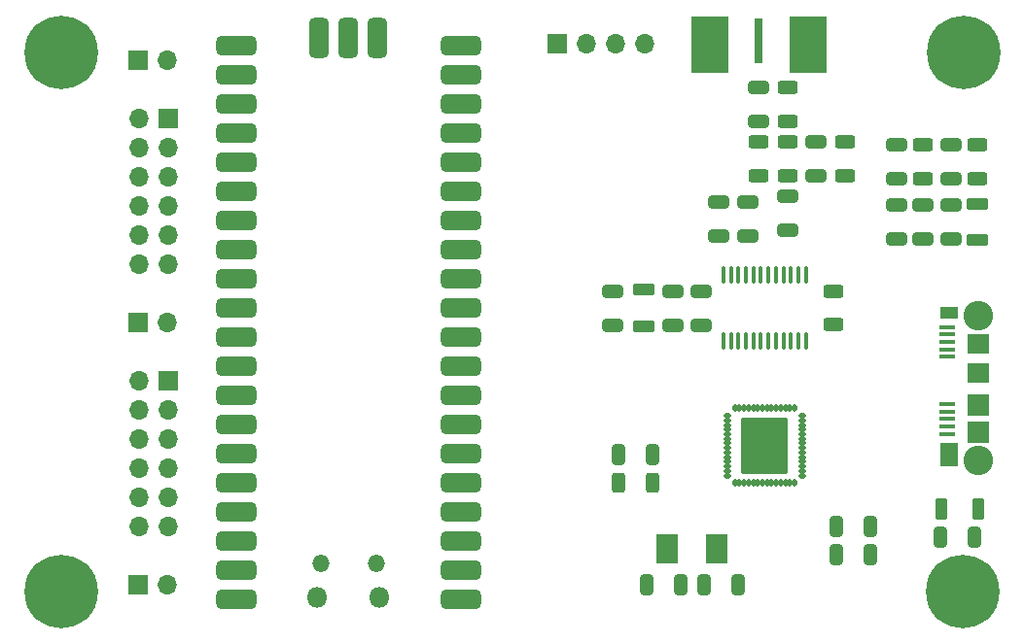
<source format=gbr>
%TF.GenerationSoftware,KiCad,Pcbnew,8.0.2*%
%TF.CreationDate,2024-05-26T23:16:47+07:00*%
%TF.ProjectId,FT600_RP2040,46543630-305f-4525-9032-3034302e6b69,rev?*%
%TF.SameCoordinates,PX7735940PY61c06a0*%
%TF.FileFunction,Soldermask,Top*%
%TF.FilePolarity,Negative*%
%FSLAX46Y46*%
G04 Gerber Fmt 4.6, Leading zero omitted, Abs format (unit mm)*
G04 Created by KiCad (PCBNEW 8.0.2) date 2024-05-26 23:16:47*
%MOMM*%
%LPD*%
G01*
G04 APERTURE LIST*
G04 Aperture macros list*
%AMRoundRect*
0 Rectangle with rounded corners*
0 $1 Rounding radius*
0 $2 $3 $4 $5 $6 $7 $8 $9 X,Y pos of 4 corners*
0 Add a 4 corners polygon primitive as box body*
4,1,4,$2,$3,$4,$5,$6,$7,$8,$9,$2,$3,0*
0 Add four circle primitives for the rounded corners*
1,1,$1+$1,$2,$3*
1,1,$1+$1,$4,$5*
1,1,$1+$1,$6,$7*
1,1,$1+$1,$8,$9*
0 Add four rect primitives between the rounded corners*
20,1,$1+$1,$2,$3,$4,$5,0*
20,1,$1+$1,$4,$5,$6,$7,0*
20,1,$1+$1,$6,$7,$8,$9,0*
20,1,$1+$1,$8,$9,$2,$3,0*%
G04 Aperture macros list end*
%ADD10RoundRect,0.250000X0.325000X0.650000X-0.325000X0.650000X-0.325000X-0.650000X0.325000X-0.650000X0*%
%ADD11R,1.350000X0.400000*%
%ADD12C,2.580000*%
%ADD13R,1.900000X1.900000*%
%ADD14R,1.900000X1.800000*%
%ADD15R,1.600000X1.000000*%
%ADD16R,1.600000X2.100000*%
%ADD17C,0.800000*%
%ADD18C,6.400000*%
%ADD19O,1.800000X1.800000*%
%ADD20O,1.500000X1.500000*%
%ADD21RoundRect,0.425000X1.325000X0.425000X-1.325000X0.425000X-1.325000X-0.425000X1.325000X-0.425000X0*%
%ADD22RoundRect,0.425000X-0.425000X1.325000X-0.425000X-1.325000X0.425000X-1.325000X0.425000X1.325000X0*%
%ADD23R,1.700000X1.700000*%
%ADD24O,1.700000X1.700000*%
%ADD25R,1.900000X2.600000*%
%ADD26RoundRect,0.250000X0.625000X-0.312500X0.625000X0.312500X-0.625000X0.312500X-0.625000X-0.312500X0*%
%ADD27RoundRect,0.250000X0.650000X-0.325000X0.650000X0.325000X-0.650000X0.325000X-0.650000X-0.325000X0*%
%ADD28R,0.700000X4.000000*%
%ADD29R,3.200000X4.900000*%
%ADD30RoundRect,0.250000X-0.275000X-0.700000X0.275000X-0.700000X0.275000X0.700000X-0.275000X0.700000X0*%
%ADD31RoundRect,0.250000X-0.325000X-0.650000X0.325000X-0.650000X0.325000X0.650000X-0.325000X0.650000X0*%
%ADD32RoundRect,0.100000X-0.100000X0.637500X-0.100000X-0.637500X0.100000X-0.637500X0.100000X0.637500X0*%
%ADD33RoundRect,0.250000X0.700000X-0.275000X0.700000X0.275000X-0.700000X0.275000X-0.700000X-0.275000X0*%
%ADD34RoundRect,0.250000X-0.625000X0.312500X-0.625000X-0.312500X0.625000X-0.312500X0.625000X0.312500X0*%
%ADD35RoundRect,0.250000X-0.650000X0.325000X-0.650000X-0.325000X0.650000X-0.325000X0.650000X0.325000X0*%
%ADD36RoundRect,0.170250X-0.181750X-0.056750X0.181750X-0.056750X0.181750X0.056750X-0.181750X0.056750X0*%
%ADD37RoundRect,0.170250X0.056750X-0.181750X0.056750X0.181750X-0.056750X0.181750X-0.056750X-0.181750X0*%
%ADD38RoundRect,0.170250X0.181750X0.056750X-0.181750X0.056750X-0.181750X-0.056750X0.181750X-0.056750X0*%
%ADD39RoundRect,0.170250X-0.056750X0.181750X-0.056750X-0.181750X0.056750X-0.181750X0.056750X0.181750X0*%
%ADD40RoundRect,0.205200X-1.846800X-2.246800X1.846800X-2.246800X1.846800X2.246800X-1.846800X2.246800X0*%
%ADD41RoundRect,0.250000X0.312500X0.625000X-0.312500X0.625000X-0.312500X-0.625000X0.312500X-0.625000X0*%
%ADD42RoundRect,0.250000X-0.700000X0.275000X-0.700000X-0.275000X0.700000X-0.275000X0.700000X0.275000X0*%
G04 APERTURE END LIST*
D10*
%TO.C,C5*%
X54975000Y15500000D03*
X52025000Y15500000D03*
%TD*%
D11*
%TO.C,J8*%
X80675000Y17285000D03*
X80675000Y17935000D03*
X80675000Y18585000D03*
X80675000Y19235000D03*
X80675000Y19885000D03*
X80675000Y23985000D03*
X80675000Y24635000D03*
X80675000Y25285000D03*
X80675000Y25935000D03*
X80675000Y26585000D03*
D12*
X83350000Y14950000D03*
X83350000Y27550000D03*
D13*
X83350000Y17385000D03*
X83350000Y19785000D03*
D14*
X83350000Y22585000D03*
X83350000Y25085000D03*
D15*
X80800000Y27835000D03*
D16*
X80800000Y15485000D03*
%TD*%
D17*
%TO.C,REF\u002A\u002A*%
X1100000Y3500000D03*
X1802944Y5197056D03*
X1802944Y1802944D03*
X3500000Y5900000D03*
D18*
X3500000Y3500000D03*
D17*
X3500000Y1100000D03*
X5197056Y5197056D03*
X5197056Y1802944D03*
X5900000Y3500000D03*
%TD*%
D19*
%TO.C,U1*%
X31225000Y3000000D03*
D20*
X30925000Y6030000D03*
X26075000Y6030000D03*
D19*
X25775000Y3000000D03*
D21*
X38290000Y2870000D03*
X38290000Y5410000D03*
X38290000Y7950000D03*
X38290000Y10490000D03*
X38290000Y13030000D03*
X38290000Y15570000D03*
X38290000Y18110000D03*
X38290000Y20650000D03*
X38290000Y23190000D03*
X38290000Y25730000D03*
X38290000Y28270000D03*
X38290000Y30810000D03*
X38290000Y33350000D03*
X38290000Y35890000D03*
X38290000Y38430000D03*
X38290000Y40970000D03*
X38290000Y43510000D03*
X38290000Y46050000D03*
X38290000Y48590000D03*
X38290000Y51130000D03*
X18710000Y51130000D03*
X18710000Y48590000D03*
X18710000Y46050000D03*
X18710000Y43510000D03*
X18710000Y40970000D03*
X18710000Y38430000D03*
X18710000Y35890000D03*
X18710000Y33350000D03*
X18710000Y30810000D03*
X18710000Y28270000D03*
X18710000Y25730000D03*
X18710000Y23190000D03*
X18710000Y20650000D03*
X18710000Y18110000D03*
X18710000Y15570000D03*
X18710000Y13030000D03*
X18710000Y10490000D03*
X18710000Y7950000D03*
X18710000Y5410000D03*
X18710000Y2870000D03*
D22*
X31040000Y51800000D03*
X28500000Y51800000D03*
X25960000Y51800000D03*
%TD*%
D10*
%TO.C,C13*%
X57450000Y4125000D03*
X54500000Y4125000D03*
%TD*%
D23*
%TO.C,J4*%
X10225000Y49830000D03*
D24*
X12765000Y49830000D03*
%TD*%
D25*
%TO.C,Y1*%
X56250000Y7300000D03*
X60550000Y7300000D03*
%TD*%
D26*
%TO.C,R1*%
X66750000Y44537500D03*
X66750000Y47462500D03*
%TD*%
D23*
%TO.C,J3*%
X12790000Y21920000D03*
D24*
X10250000Y21920000D03*
X12790000Y19380000D03*
X10250000Y19380000D03*
X12790000Y16840000D03*
X10250000Y16840000D03*
X12790000Y14300000D03*
X10250000Y14300000D03*
X12790000Y11760000D03*
X10250000Y11760000D03*
X12790000Y9220000D03*
X10250000Y9220000D03*
%TD*%
D26*
%TO.C,R4*%
X66750000Y39787500D03*
X66750000Y42712500D03*
%TD*%
D17*
%TO.C,REF\u002A\u002A*%
X79652944Y50552944D03*
X80355888Y52250000D03*
X80355888Y48855888D03*
X82052944Y52952944D03*
D18*
X82052944Y50552944D03*
D17*
X82052944Y48152944D03*
X83750000Y52250000D03*
X83750000Y48855888D03*
X84452944Y50552944D03*
%TD*%
D27*
%TO.C,C9*%
X59250000Y26775000D03*
X59250000Y29725000D03*
%TD*%
%TO.C,C12*%
X60750000Y34525000D03*
X60750000Y37475000D03*
%TD*%
D28*
%TO.C,J7*%
X64250000Y51500000D03*
D29*
X68500000Y51175000D03*
X60000000Y51175000D03*
%TD*%
D26*
%TO.C,R7*%
X70750000Y26787500D03*
X70750000Y29712500D03*
%TD*%
D30*
%TO.C,FB1*%
X80175000Y10750000D03*
X83325000Y10750000D03*
%TD*%
D27*
%TO.C,C10*%
X66750000Y35025000D03*
X66750000Y37975000D03*
%TD*%
D31*
%TO.C,C15*%
X59500000Y4125000D03*
X62450000Y4125000D03*
%TD*%
D27*
%TO.C,C11*%
X56750000Y26775000D03*
X56750000Y29725000D03*
%TD*%
D10*
%TO.C,C16*%
X73975000Y6750000D03*
X71025000Y6750000D03*
%TD*%
%TO.C,C18*%
X73975000Y9250000D03*
X71025000Y9250000D03*
%TD*%
D27*
%TO.C,C17*%
X63250000Y34525000D03*
X63250000Y37475000D03*
%TD*%
D32*
%TO.C,U4*%
X68325000Y31112500D03*
X67675000Y31112500D03*
X67025000Y31112500D03*
X66375000Y31112500D03*
X65725000Y31112500D03*
X65075000Y31112500D03*
X64425000Y31112500D03*
X63775000Y31112500D03*
X63125000Y31112500D03*
X62475000Y31112500D03*
X61825000Y31112500D03*
X61175000Y31112500D03*
X61175000Y25387500D03*
X61825000Y25387500D03*
X62475000Y25387500D03*
X63125000Y25387500D03*
X63775000Y25387500D03*
X64425000Y25387500D03*
X65075000Y25387500D03*
X65725000Y25387500D03*
X66375000Y25387500D03*
X67025000Y25387500D03*
X67675000Y25387500D03*
X68325000Y25387500D03*
%TD*%
D33*
%TO.C,FB3*%
X83250000Y34175000D03*
X83250000Y37325000D03*
%TD*%
D27*
%TO.C,C20*%
X81000000Y39525000D03*
X81000000Y42475000D03*
%TD*%
D34*
%TO.C,R8*%
X78500000Y42462500D03*
X78500000Y39537500D03*
%TD*%
D35*
%TO.C,C6*%
X78500000Y37225000D03*
X78500000Y34275000D03*
%TD*%
D36*
%TO.C,IC2*%
X61500000Y18850000D03*
X61500000Y18450000D03*
X61500000Y18050000D03*
X61500000Y17650000D03*
X61500000Y17250000D03*
X61500000Y16850000D03*
X61500000Y16450000D03*
X61500000Y16050000D03*
X61500000Y15650000D03*
X61500000Y15250000D03*
X61500000Y14850000D03*
X61500000Y14450000D03*
X61500000Y14050000D03*
X61500000Y13650000D03*
D37*
X62150000Y13000000D03*
X62550000Y13000000D03*
X62950000Y13000000D03*
X63350000Y13000000D03*
X63750000Y13000000D03*
X64150000Y13000000D03*
X64550000Y13000000D03*
X64950000Y13000000D03*
X65350000Y13000000D03*
X65750000Y13000000D03*
X66150000Y13000000D03*
X66550000Y13000000D03*
X66950000Y13000000D03*
X67350000Y13000000D03*
D38*
X68000000Y13650000D03*
X68000000Y14050000D03*
X68000000Y14450000D03*
X68000000Y14850000D03*
X68000000Y15250000D03*
X68000000Y15650000D03*
X68000000Y16050000D03*
X68000000Y16450000D03*
X68000000Y16850000D03*
X68000000Y17250000D03*
X68000000Y17650000D03*
X68000000Y18050000D03*
X68000000Y18450000D03*
X68000000Y18850000D03*
D39*
X67350000Y19500000D03*
X66950000Y19500000D03*
X66550000Y19500000D03*
X66150000Y19500000D03*
X65750000Y19500000D03*
X65350000Y19500000D03*
X64950000Y19500000D03*
X64550000Y19500000D03*
X64150000Y19500000D03*
X63750000Y19500000D03*
X63350000Y19500000D03*
X62950000Y19500000D03*
X62550000Y19500000D03*
X62150000Y19500000D03*
D40*
X64750000Y16250000D03*
%TD*%
D17*
%TO.C,REF\u002A\u002A*%
X1100000Y50500000D03*
X1802944Y52197056D03*
X1802944Y48802944D03*
X3500000Y52900000D03*
D18*
X3500000Y50500000D03*
D17*
X3500000Y48100000D03*
X5197056Y52197056D03*
X5197056Y48802944D03*
X5900000Y50500000D03*
%TD*%
D27*
%TO.C,C14*%
X51500000Y26775000D03*
X51500000Y29725000D03*
%TD*%
D17*
%TO.C,REF\u002A\u002A*%
X79600000Y3500000D03*
X80302944Y5197056D03*
X80302944Y1802944D03*
X82000000Y5900000D03*
D18*
X82000000Y3500000D03*
D17*
X82000000Y1100000D03*
X83697056Y5197056D03*
X83697056Y1802944D03*
X84400000Y3500000D03*
%TD*%
D34*
%TO.C,R9*%
X83250000Y42462500D03*
X83250000Y39537500D03*
%TD*%
D41*
%TO.C,R6*%
X54962500Y13000000D03*
X52037500Y13000000D03*
%TD*%
D34*
%TO.C,R2*%
X64250000Y42712500D03*
X64250000Y39787500D03*
%TD*%
D35*
%TO.C,C1*%
X64250000Y47475000D03*
X64250000Y44525000D03*
%TD*%
D31*
%TO.C,C21*%
X80025000Y8250000D03*
X82975000Y8250000D03*
%TD*%
D23*
%TO.C,J5*%
X12790000Y44780000D03*
D24*
X10250000Y44780000D03*
X12790000Y42240000D03*
X10250000Y42240000D03*
X12790000Y39700000D03*
X10250000Y39700000D03*
X12790000Y37160000D03*
X10250000Y37160000D03*
X12790000Y34620000D03*
X10250000Y34620000D03*
X12790000Y32080000D03*
X10250000Y32080000D03*
%TD*%
D42*
%TO.C,FB2*%
X54250000Y29825000D03*
X54250000Y26675000D03*
%TD*%
D35*
%TO.C,C8*%
X76250000Y37225000D03*
X76250000Y34275000D03*
%TD*%
D34*
%TO.C,R3*%
X71750000Y42712500D03*
X71750000Y39787500D03*
%TD*%
D23*
%TO.C,J6*%
X10225000Y4170000D03*
D24*
X12765000Y4170000D03*
%TD*%
D27*
%TO.C,C19*%
X76250000Y39525000D03*
X76250000Y42475000D03*
%TD*%
%TO.C,C2*%
X69250000Y39775000D03*
X69250000Y42725000D03*
%TD*%
D35*
%TO.C,C7*%
X81000000Y37225000D03*
X81000000Y34275000D03*
%TD*%
D23*
%TO.C,J1*%
X46700000Y51250000D03*
D24*
X49240000Y51250000D03*
X51780000Y51250000D03*
X54320000Y51250000D03*
%TD*%
D23*
%TO.C,J2*%
X10225000Y27000000D03*
D24*
X12765000Y27000000D03*
%TD*%
M02*

</source>
